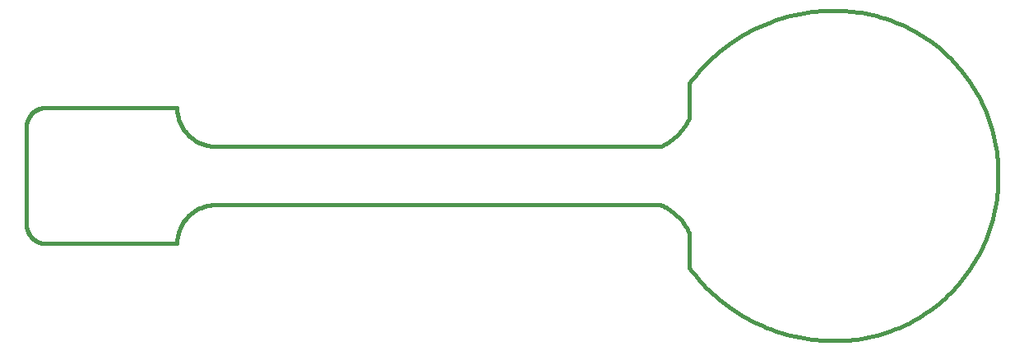
<source format=gtp>
G75*
%MOIN*%
%OFA0B0*%
%FSLAX25Y25*%
%IPPOS*%
%LPD*%
%AMOC8*
5,1,8,0,0,1.08239X$1,22.5*
%
%ADD10C,0.01600*%
D10*
X0023106Y0041189D02*
X0076256Y0041189D01*
X0076261Y0041570D01*
X0076274Y0041950D01*
X0076297Y0042330D01*
X0076330Y0042709D01*
X0076371Y0043087D01*
X0076421Y0043464D01*
X0076481Y0043840D01*
X0076549Y0044215D01*
X0076627Y0044587D01*
X0076714Y0044958D01*
X0076809Y0045326D01*
X0076914Y0045692D01*
X0077027Y0046055D01*
X0077149Y0046416D01*
X0077279Y0046773D01*
X0077419Y0047127D01*
X0077566Y0047478D01*
X0077723Y0047825D01*
X0077887Y0048168D01*
X0078060Y0048507D01*
X0078241Y0048842D01*
X0078430Y0049173D01*
X0078627Y0049498D01*
X0078831Y0049819D01*
X0079044Y0050135D01*
X0079264Y0050445D01*
X0079491Y0050751D01*
X0079726Y0051050D01*
X0079968Y0051344D01*
X0080216Y0051632D01*
X0080472Y0051914D01*
X0080735Y0052189D01*
X0081004Y0052458D01*
X0081279Y0052721D01*
X0081561Y0052977D01*
X0081849Y0053225D01*
X0082143Y0053467D01*
X0082442Y0053702D01*
X0082748Y0053929D01*
X0083058Y0054149D01*
X0083374Y0054362D01*
X0083695Y0054566D01*
X0084020Y0054763D01*
X0084351Y0054952D01*
X0084686Y0055133D01*
X0085025Y0055306D01*
X0085368Y0055470D01*
X0085715Y0055627D01*
X0086066Y0055774D01*
X0086420Y0055914D01*
X0086777Y0056044D01*
X0087138Y0056166D01*
X0087501Y0056279D01*
X0087867Y0056384D01*
X0088235Y0056479D01*
X0088606Y0056566D01*
X0088978Y0056644D01*
X0089353Y0056712D01*
X0089729Y0056772D01*
X0090106Y0056822D01*
X0090484Y0056863D01*
X0090863Y0056896D01*
X0091243Y0056919D01*
X0091623Y0056932D01*
X0092004Y0056937D01*
X0272122Y0056937D01*
X0283933Y0045126D02*
X0283933Y0031347D01*
X0283933Y0045126D02*
X0283728Y0045603D01*
X0283513Y0046076D01*
X0283286Y0046543D01*
X0283048Y0047004D01*
X0282799Y0047460D01*
X0282539Y0047910D01*
X0282269Y0048354D01*
X0281988Y0048791D01*
X0281697Y0049221D01*
X0281395Y0049644D01*
X0281084Y0050060D01*
X0280763Y0050468D01*
X0280432Y0050868D01*
X0280092Y0051261D01*
X0279743Y0051645D01*
X0279384Y0052021D01*
X0279017Y0052388D01*
X0278641Y0052747D01*
X0278257Y0053096D01*
X0277864Y0053436D01*
X0277464Y0053767D01*
X0277056Y0054088D01*
X0276640Y0054399D01*
X0276217Y0054701D01*
X0275787Y0054992D01*
X0275350Y0055273D01*
X0274906Y0055543D01*
X0274456Y0055803D01*
X0274000Y0056052D01*
X0273539Y0056290D01*
X0273072Y0056517D01*
X0272599Y0056732D01*
X0272122Y0056937D01*
X0272122Y0080559D02*
X0092004Y0080559D01*
X0091623Y0080564D01*
X0091243Y0080577D01*
X0090863Y0080600D01*
X0090484Y0080633D01*
X0090106Y0080674D01*
X0089729Y0080724D01*
X0089353Y0080784D01*
X0088978Y0080852D01*
X0088606Y0080930D01*
X0088235Y0081017D01*
X0087867Y0081112D01*
X0087501Y0081217D01*
X0087138Y0081330D01*
X0086777Y0081452D01*
X0086420Y0081582D01*
X0086066Y0081722D01*
X0085715Y0081869D01*
X0085368Y0082026D01*
X0085025Y0082190D01*
X0084686Y0082363D01*
X0084351Y0082544D01*
X0084020Y0082733D01*
X0083695Y0082930D01*
X0083374Y0083134D01*
X0083058Y0083347D01*
X0082748Y0083567D01*
X0082442Y0083794D01*
X0082143Y0084029D01*
X0081849Y0084271D01*
X0081561Y0084519D01*
X0081279Y0084775D01*
X0081004Y0085038D01*
X0080735Y0085307D01*
X0080472Y0085582D01*
X0080216Y0085864D01*
X0079968Y0086152D01*
X0079726Y0086446D01*
X0079491Y0086745D01*
X0079264Y0087051D01*
X0079044Y0087361D01*
X0078831Y0087677D01*
X0078627Y0087998D01*
X0078430Y0088323D01*
X0078241Y0088654D01*
X0078060Y0088989D01*
X0077887Y0089328D01*
X0077723Y0089671D01*
X0077566Y0090018D01*
X0077419Y0090369D01*
X0077279Y0090723D01*
X0077149Y0091080D01*
X0077027Y0091441D01*
X0076914Y0091804D01*
X0076809Y0092170D01*
X0076714Y0092538D01*
X0076627Y0092909D01*
X0076549Y0093281D01*
X0076481Y0093656D01*
X0076421Y0094032D01*
X0076371Y0094409D01*
X0076330Y0094787D01*
X0076297Y0095166D01*
X0076274Y0095546D01*
X0076261Y0095926D01*
X0076256Y0096307D01*
X0023106Y0096307D01*
X0022916Y0096305D01*
X0022726Y0096298D01*
X0022536Y0096286D01*
X0022346Y0096270D01*
X0022157Y0096250D01*
X0021968Y0096224D01*
X0021780Y0096195D01*
X0021593Y0096160D01*
X0021407Y0096121D01*
X0021222Y0096078D01*
X0021037Y0096030D01*
X0020854Y0095978D01*
X0020673Y0095922D01*
X0020493Y0095861D01*
X0020314Y0095795D01*
X0020137Y0095726D01*
X0019961Y0095652D01*
X0019788Y0095574D01*
X0019616Y0095491D01*
X0019447Y0095405D01*
X0019279Y0095315D01*
X0019114Y0095220D01*
X0018951Y0095122D01*
X0018791Y0095019D01*
X0018633Y0094913D01*
X0018478Y0094803D01*
X0018325Y0094690D01*
X0018175Y0094572D01*
X0018029Y0094451D01*
X0017885Y0094327D01*
X0017744Y0094199D01*
X0017606Y0094068D01*
X0017471Y0093933D01*
X0017340Y0093795D01*
X0017212Y0093654D01*
X0017088Y0093510D01*
X0016967Y0093364D01*
X0016849Y0093214D01*
X0016736Y0093061D01*
X0016626Y0092906D01*
X0016520Y0092748D01*
X0016417Y0092588D01*
X0016319Y0092425D01*
X0016224Y0092260D01*
X0016134Y0092092D01*
X0016048Y0091923D01*
X0015965Y0091751D01*
X0015887Y0091578D01*
X0015813Y0091402D01*
X0015744Y0091225D01*
X0015678Y0091046D01*
X0015617Y0090866D01*
X0015561Y0090685D01*
X0015509Y0090502D01*
X0015461Y0090317D01*
X0015418Y0090132D01*
X0015379Y0089946D01*
X0015344Y0089759D01*
X0015315Y0089571D01*
X0015289Y0089382D01*
X0015269Y0089193D01*
X0015253Y0089003D01*
X0015241Y0088813D01*
X0015234Y0088623D01*
X0015232Y0088433D01*
X0015232Y0049063D01*
X0015234Y0048873D01*
X0015241Y0048683D01*
X0015253Y0048493D01*
X0015269Y0048303D01*
X0015289Y0048114D01*
X0015315Y0047925D01*
X0015344Y0047737D01*
X0015379Y0047550D01*
X0015418Y0047364D01*
X0015461Y0047179D01*
X0015509Y0046994D01*
X0015561Y0046811D01*
X0015617Y0046630D01*
X0015678Y0046450D01*
X0015744Y0046271D01*
X0015813Y0046094D01*
X0015887Y0045918D01*
X0015965Y0045745D01*
X0016048Y0045573D01*
X0016134Y0045404D01*
X0016224Y0045236D01*
X0016319Y0045071D01*
X0016417Y0044908D01*
X0016520Y0044748D01*
X0016626Y0044590D01*
X0016736Y0044435D01*
X0016849Y0044282D01*
X0016967Y0044132D01*
X0017088Y0043986D01*
X0017212Y0043842D01*
X0017340Y0043701D01*
X0017471Y0043563D01*
X0017606Y0043428D01*
X0017744Y0043297D01*
X0017885Y0043169D01*
X0018029Y0043045D01*
X0018175Y0042924D01*
X0018325Y0042806D01*
X0018478Y0042693D01*
X0018633Y0042583D01*
X0018791Y0042477D01*
X0018951Y0042374D01*
X0019114Y0042276D01*
X0019279Y0042181D01*
X0019447Y0042091D01*
X0019616Y0042005D01*
X0019788Y0041922D01*
X0019961Y0041844D01*
X0020137Y0041770D01*
X0020314Y0041701D01*
X0020493Y0041635D01*
X0020673Y0041574D01*
X0020854Y0041518D01*
X0021037Y0041466D01*
X0021222Y0041418D01*
X0021407Y0041375D01*
X0021593Y0041336D01*
X0021780Y0041301D01*
X0021968Y0041272D01*
X0022157Y0041246D01*
X0022346Y0041226D01*
X0022536Y0041210D01*
X0022726Y0041198D01*
X0022916Y0041191D01*
X0023106Y0041189D01*
X0272122Y0080559D02*
X0272614Y0080770D01*
X0273101Y0080993D01*
X0273582Y0081228D01*
X0274058Y0081475D01*
X0274527Y0081733D01*
X0274990Y0082003D01*
X0275446Y0082284D01*
X0275895Y0082576D01*
X0276336Y0082879D01*
X0276771Y0083193D01*
X0277197Y0083517D01*
X0277615Y0083852D01*
X0278025Y0084197D01*
X0278426Y0084551D01*
X0278819Y0084916D01*
X0279202Y0085290D01*
X0279576Y0085673D01*
X0279941Y0086066D01*
X0280295Y0086467D01*
X0280640Y0086877D01*
X0280975Y0087295D01*
X0281299Y0087721D01*
X0281613Y0088156D01*
X0281916Y0088597D01*
X0282208Y0089046D01*
X0282489Y0089502D01*
X0282759Y0089965D01*
X0283017Y0090434D01*
X0283264Y0090910D01*
X0283499Y0091391D01*
X0283722Y0091878D01*
X0283933Y0092370D01*
X0283933Y0106150D01*
X0283933Y0031347D02*
X0284980Y0029958D01*
X0286059Y0028595D01*
X0287171Y0027258D01*
X0288314Y0025949D01*
X0289489Y0024667D01*
X0290694Y0023413D01*
X0291929Y0022189D01*
X0293192Y0020995D01*
X0294484Y0019832D01*
X0295804Y0018700D01*
X0297150Y0017600D01*
X0298523Y0016532D01*
X0299920Y0015498D01*
X0301342Y0014498D01*
X0302788Y0013532D01*
X0304256Y0012601D01*
X0305747Y0011705D01*
X0307258Y0010846D01*
X0308790Y0010023D01*
X0310340Y0009237D01*
X0311910Y0008488D01*
X0313496Y0007778D01*
X0315100Y0007105D01*
X0316719Y0006472D01*
X0318353Y0005877D01*
X0320000Y0005322D01*
X0321661Y0004806D01*
X0323333Y0004331D01*
X0325016Y0003895D01*
X0326709Y0003500D01*
X0328412Y0003146D01*
X0330122Y0002833D01*
X0331839Y0002561D01*
X0333562Y0002331D01*
X0335291Y0002141D01*
X0337023Y0001993D01*
X0338758Y0001887D01*
X0340496Y0001823D01*
X0342234Y0001800D01*
X0343973Y0001819D01*
X0283933Y0106149D02*
X0284980Y0107538D01*
X0286059Y0108901D01*
X0287171Y0110238D01*
X0288314Y0111547D01*
X0289489Y0112829D01*
X0290694Y0114083D01*
X0291929Y0115307D01*
X0293192Y0116501D01*
X0294484Y0117664D01*
X0295804Y0118796D01*
X0297150Y0119896D01*
X0298523Y0120964D01*
X0299920Y0121998D01*
X0301342Y0122998D01*
X0302788Y0123964D01*
X0304256Y0124895D01*
X0305747Y0125791D01*
X0307258Y0126650D01*
X0308790Y0127473D01*
X0310340Y0128259D01*
X0311910Y0129008D01*
X0313496Y0129718D01*
X0315100Y0130391D01*
X0316719Y0131024D01*
X0318353Y0131619D01*
X0320000Y0132174D01*
X0321661Y0132690D01*
X0323333Y0133165D01*
X0325016Y0133601D01*
X0326709Y0133996D01*
X0328412Y0134350D01*
X0330122Y0134663D01*
X0331839Y0134935D01*
X0333562Y0135165D01*
X0335291Y0135355D01*
X0337023Y0135503D01*
X0338758Y0135609D01*
X0340496Y0135673D01*
X0342234Y0135696D01*
X0343973Y0135677D01*
X0343972Y0135677D02*
X0345565Y0135634D01*
X0347157Y0135552D01*
X0348746Y0135432D01*
X0350332Y0135274D01*
X0351914Y0135077D01*
X0353490Y0134842D01*
X0355060Y0134570D01*
X0356624Y0134259D01*
X0358179Y0133911D01*
X0359725Y0133525D01*
X0361262Y0133102D01*
X0362788Y0132642D01*
X0364302Y0132145D01*
X0365804Y0131612D01*
X0367293Y0131042D01*
X0368767Y0130437D01*
X0370226Y0129796D01*
X0371670Y0129121D01*
X0373096Y0128410D01*
X0374506Y0127666D01*
X0375896Y0126887D01*
X0377268Y0126075D01*
X0378619Y0125231D01*
X0379950Y0124353D01*
X0381259Y0123444D01*
X0382546Y0122504D01*
X0383809Y0121533D01*
X0385049Y0120531D01*
X0386264Y0119500D01*
X0387454Y0118440D01*
X0388618Y0117351D01*
X0389755Y0116234D01*
X0390865Y0115091D01*
X0391947Y0113921D01*
X0393001Y0112725D01*
X0394025Y0111504D01*
X0395020Y0110258D01*
X0395984Y0108989D01*
X0396917Y0107697D01*
X0397819Y0106383D01*
X0398688Y0105047D01*
X0399525Y0103691D01*
X0400329Y0102315D01*
X0401100Y0100920D01*
X0401836Y0099507D01*
X0402539Y0098076D01*
X0403206Y0096629D01*
X0403839Y0095166D01*
X0404435Y0093688D01*
X0404996Y0092196D01*
X0405521Y0090691D01*
X0406009Y0089174D01*
X0406461Y0087645D01*
X0406875Y0086106D01*
X0407252Y0084558D01*
X0407591Y0083001D01*
X0407893Y0081436D01*
X0408157Y0079864D01*
X0408383Y0078286D01*
X0408570Y0076704D01*
X0408720Y0075117D01*
X0408831Y0073527D01*
X0408903Y0071935D01*
X0408937Y0070342D01*
X0408933Y0068748D01*
X0408937Y0067154D01*
X0408903Y0065561D01*
X0408831Y0063969D01*
X0408720Y0062379D01*
X0408570Y0060792D01*
X0408383Y0059210D01*
X0408157Y0057632D01*
X0407893Y0056060D01*
X0407591Y0054495D01*
X0407252Y0052938D01*
X0406875Y0051390D01*
X0406461Y0049851D01*
X0406009Y0048322D01*
X0405521Y0046805D01*
X0404996Y0045300D01*
X0404435Y0043808D01*
X0403839Y0042330D01*
X0403206Y0040867D01*
X0402539Y0039420D01*
X0401836Y0037989D01*
X0401100Y0036576D01*
X0400329Y0035181D01*
X0399525Y0033805D01*
X0398688Y0032449D01*
X0397819Y0031113D01*
X0396917Y0029799D01*
X0395984Y0028507D01*
X0395020Y0027238D01*
X0394025Y0025992D01*
X0393001Y0024771D01*
X0391947Y0023575D01*
X0390865Y0022405D01*
X0389755Y0021262D01*
X0388618Y0020145D01*
X0387454Y0019056D01*
X0386264Y0017996D01*
X0385049Y0016965D01*
X0383809Y0015963D01*
X0382546Y0014992D01*
X0381259Y0014052D01*
X0379950Y0013143D01*
X0378619Y0012265D01*
X0377268Y0011421D01*
X0375896Y0010609D01*
X0374506Y0009830D01*
X0373096Y0009086D01*
X0371670Y0008375D01*
X0370226Y0007700D01*
X0368767Y0007059D01*
X0367293Y0006454D01*
X0365804Y0005884D01*
X0364302Y0005351D01*
X0362788Y0004854D01*
X0361262Y0004394D01*
X0359725Y0003971D01*
X0358179Y0003585D01*
X0356624Y0003237D01*
X0355060Y0002926D01*
X0353490Y0002654D01*
X0351914Y0002419D01*
X0350332Y0002222D01*
X0348746Y0002064D01*
X0347157Y0001944D01*
X0345565Y0001862D01*
X0343972Y0001819D01*
M02*

</source>
